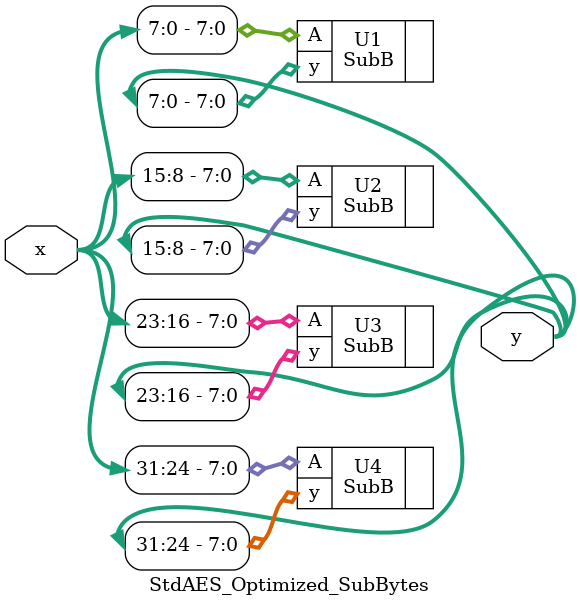
<source format=v>
module StdAES_Optimized_SubBytes(x, y );
   //------------------------------------------------
   
	input [31:0] x;
	output [31:0] y;

SubB U1 (.A(x[7:0]),   .y(y[7:0]));
SubB U2 (.A(x[15:8]),  .y(y[15:8]));
SubB U3 (.A(x[23:16]), .y(y[23:16]));
SubB U4 (.A(x[31:24]), .y(y[31:24]));

endmodule

</source>
